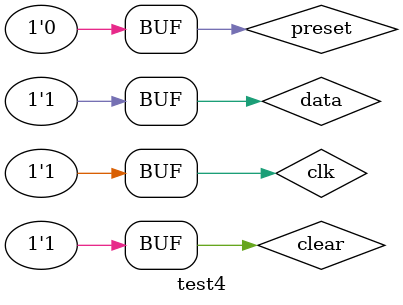
<source format=v>
`timescale 1ns/1ns
module test4();
    reg clk = 0;
    reg data = 0;
    reg preset = 1;
    reg clear = 0;
    wire q,qb;
    DFF2 cut(preset,clear,clk,data,q,qb);
    initial begin
        #200 preset = 0;
        #200 clk = 1;
        #200 clk = 0;
        #200 data = 1;
        #200 clk = 1;
        #200 clear = 1;
        #200;
    end
endmodule
</source>
